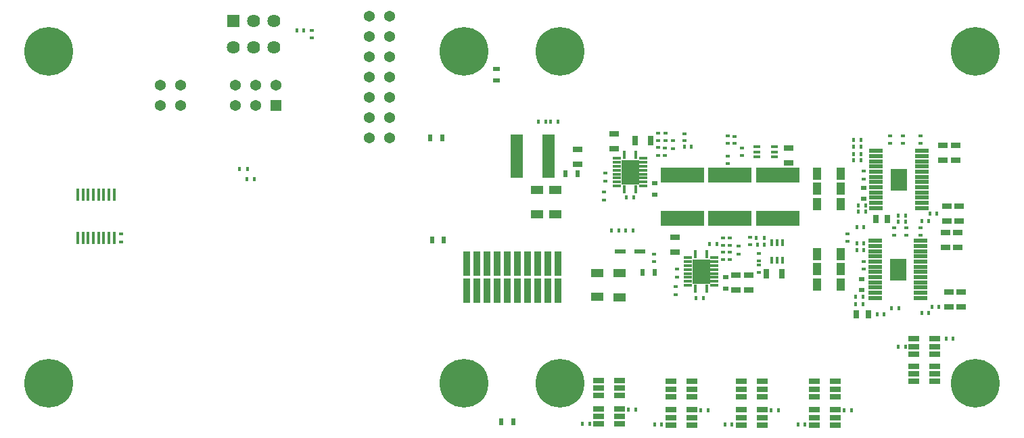
<source format=gts>
G04*
G04 #@! TF.GenerationSoftware,Altium Limited,Altium Designer,19.1.5 (86)*
G04*
G04 Layer_Color=8388736*
%FSLAX44Y44*%
%MOMM*%
G71*
G01*
G75*
%ADD17R,0.6000X0.4500*%
%ADD18R,0.8000X0.6000*%
%ADD19R,0.6000X0.4000*%
%ADD20R,0.4000X0.6000*%
%ADD22R,1.3000X0.8000*%
%ADD23R,1.3716X0.5080*%
%ADD25R,0.4500X0.6000*%
%ADD30R,1.0000X1.6000*%
%ADD31R,1.3000X0.7000*%
%ADD35R,0.7000X1.3000*%
%ADD36R,0.5000X0.9000*%
%ADD40R,1.6000X1.0000*%
%ADD41R,0.9000X0.5000*%
%ADD43R,0.8416X3.0216*%
%ADD44R,0.4516X1.5016*%
%ADD45R,1.3716X0.6604*%
%ADD46R,1.0016X0.3616*%
%ADD47R,0.3616X1.0016*%
%ADD48R,2.1716X3.1716*%
%ADD49R,0.8016X1.0016*%
%ADD50R,2.1266X2.7816*%
%ADD51R,1.6716X0.5116*%
%ADD52R,0.4516X0.9516*%
%ADD53R,5.5116X1.9816*%
%ADD54R,1.5240X5.5118*%
%ADD55R,0.9516X0.4516*%
%ADD56C,1.3716*%
%ADD57R,1.3716X1.3716*%
%ADD58C,6.1016*%
%ADD59C,1.6256*%
%ADD60R,1.6256X1.6256*%
D17*
X951000Y530500D02*
D03*
Y520500D02*
D03*
X1274420Y522660D02*
D03*
Y532660D02*
D03*
Y409630D02*
D03*
Y419630D02*
D03*
X1099000Y431500D02*
D03*
Y421500D02*
D03*
X1118000Y438500D02*
D03*
Y428500D02*
D03*
X344780Y453920D02*
D03*
Y443920D02*
D03*
X1122020Y561870D02*
D03*
Y551870D02*
D03*
X1039250Y378250D02*
D03*
Y388250D02*
D03*
X1041000Y400250D02*
D03*
Y410250D02*
D03*
X1104240Y577110D02*
D03*
Y567110D02*
D03*
X1017000Y562500D02*
D03*
Y552500D02*
D03*
X1035750Y570750D02*
D03*
Y560750D02*
D03*
X950000Y496750D02*
D03*
Y506750D02*
D03*
D18*
X1102000Y399500D02*
D03*
Y385500D02*
D03*
X1012750Y517250D02*
D03*
Y503250D02*
D03*
X1271880Y383500D02*
D03*
Y397500D02*
D03*
X1274420Y497800D02*
D03*
Y511800D02*
D03*
D19*
X1143750Y405750D02*
D03*
Y414750D02*
D03*
X1050250Y570750D02*
D03*
Y579750D02*
D03*
X583540Y708690D02*
D03*
Y699690D02*
D03*
X1107500Y422250D02*
D03*
Y431250D02*
D03*
X1026250Y552500D02*
D03*
Y561500D02*
D03*
X1143750Y420250D02*
D03*
Y429250D02*
D03*
X1132750Y440500D02*
D03*
Y449500D02*
D03*
X1098500Y440000D02*
D03*
Y449000D02*
D03*
X1345540Y452730D02*
D03*
Y461730D02*
D03*
Y567610D02*
D03*
Y576610D02*
D03*
X1327760Y452730D02*
D03*
Y461730D02*
D03*
X1323950Y567610D02*
D03*
Y576610D02*
D03*
X1312520Y452730D02*
D03*
Y461730D02*
D03*
X1307440Y567610D02*
D03*
Y576610D02*
D03*
X1254100Y454110D02*
D03*
Y445110D02*
D03*
X1107500Y440000D02*
D03*
Y449000D02*
D03*
X1012250Y419750D02*
D03*
Y428750D02*
D03*
X1113000Y567250D02*
D03*
Y576250D02*
D03*
X1104240Y542210D02*
D03*
Y551210D02*
D03*
X1026750Y571000D02*
D03*
Y580000D02*
D03*
X1017000Y571000D02*
D03*
Y580000D02*
D03*
D20*
X565070Y709270D02*
D03*
X574070D02*
D03*
X1277110Y481940D02*
D03*
X1268110D02*
D03*
X1273840Y366370D02*
D03*
X1264840D02*
D03*
X1327180Y469240D02*
D03*
X1318180D02*
D03*
X1300510Y353670D02*
D03*
X1291510D02*
D03*
X1377870Y323190D02*
D03*
X1386870D02*
D03*
X968250Y458250D02*
D03*
X959250D02*
D03*
X1141500Y440500D02*
D03*
X1150500D02*
D03*
X1090750Y441000D02*
D03*
X1081750D02*
D03*
X883150Y594970D02*
D03*
X892150D02*
D03*
X976750Y458250D02*
D03*
X985750D02*
D03*
X922520Y216510D02*
D03*
X931520D02*
D03*
X1012800Y215240D02*
D03*
X1021800D02*
D03*
X1101010D02*
D03*
X1110010D02*
D03*
X1192450D02*
D03*
X1201450D02*
D03*
X989360Y234290D02*
D03*
X980360D02*
D03*
X1079640Y233020D02*
D03*
X1070640D02*
D03*
X1167850D02*
D03*
X1158850D02*
D03*
X1259290D02*
D03*
X1250290D02*
D03*
X1318180Y313030D02*
D03*
X1327180D02*
D03*
X1318870Y361290D02*
D03*
X1309870D02*
D03*
X1327180Y476860D02*
D03*
X1318180D02*
D03*
X1360090Y362560D02*
D03*
X1369090D02*
D03*
X1357550Y479400D02*
D03*
X1366550D02*
D03*
X1275110Y462890D02*
D03*
X1266110D02*
D03*
X1271300Y572110D02*
D03*
X1262300D02*
D03*
X1347390Y354940D02*
D03*
X1356390D02*
D03*
X1347390Y470510D02*
D03*
X1356390D02*
D03*
X1275110Y442570D02*
D03*
X1266110D02*
D03*
X1271300Y563220D02*
D03*
X1262300D02*
D03*
X1266110Y433680D02*
D03*
X1275110D02*
D03*
X1262300Y554330D02*
D03*
X1271300D02*
D03*
X1273840Y375260D02*
D03*
X1264840D02*
D03*
X1277110Y489560D02*
D03*
X1268110D02*
D03*
X1262300Y546710D02*
D03*
X1271300D02*
D03*
X867910Y594970D02*
D03*
X876910D02*
D03*
X1059250Y563000D02*
D03*
X1050250D02*
D03*
D22*
X1038200Y431140D02*
D03*
Y450140D02*
D03*
X1115000Y402500D02*
D03*
Y383500D02*
D03*
X962000Y579730D02*
D03*
Y560730D02*
D03*
X1131000Y383500D02*
D03*
Y402500D02*
D03*
D23*
X970382Y432410D02*
D03*
X994258D02*
D03*
D25*
X1150250Y449250D02*
D03*
X1140250D02*
D03*
X1074500Y373500D02*
D03*
X1064500D02*
D03*
X987320Y499720D02*
D03*
X977320D02*
D03*
X512340Y522580D02*
D03*
X502340D02*
D03*
X493370Y535280D02*
D03*
X503370D02*
D03*
D30*
X1216000Y390910D02*
D03*
X1246000D02*
D03*
X1216000Y409960D02*
D03*
X1246000D02*
D03*
X1216000Y428600D02*
D03*
X1246000D02*
D03*
X1216000Y491660D02*
D03*
X1246000D02*
D03*
X1216000Y510710D02*
D03*
X1246000D02*
D03*
X1216000Y529760D02*
D03*
X1246000D02*
D03*
D31*
X1381100Y362560D02*
D03*
Y381560D02*
D03*
X1396340Y362560D02*
D03*
Y381560D02*
D03*
X1392530Y455880D02*
D03*
Y436880D02*
D03*
X1377290Y455880D02*
D03*
Y436880D02*
D03*
X1393800Y469900D02*
D03*
Y488900D02*
D03*
X1378560Y469900D02*
D03*
Y488900D02*
D03*
X1373739Y565100D02*
D03*
Y546100D02*
D03*
X1389990Y565100D02*
D03*
Y546100D02*
D03*
X1180500Y561750D02*
D03*
Y542750D02*
D03*
X916500Y560000D02*
D03*
Y541000D02*
D03*
D35*
X1153160Y404470D02*
D03*
X1172160D02*
D03*
X988750Y570750D02*
D03*
X1007750D02*
D03*
D36*
X821150Y219050D02*
D03*
X836150D02*
D03*
X732250Y574650D02*
D03*
X747250D02*
D03*
X734250Y446500D02*
D03*
X749250D02*
D03*
X1013250Y405500D02*
D03*
X998250D02*
D03*
X901750Y529000D02*
D03*
X916750D02*
D03*
D40*
X866000Y479000D02*
D03*
Y509000D02*
D03*
X889000Y479000D02*
D03*
Y509000D02*
D03*
X968750Y374750D02*
D03*
Y404750D02*
D03*
X941000Y375000D02*
D03*
Y405000D02*
D03*
D41*
X814680Y645890D02*
D03*
Y660890D02*
D03*
D43*
X777850Y417150D02*
D03*
Y382850D02*
D03*
X790550Y417150D02*
D03*
Y382850D02*
D03*
X803250Y417150D02*
D03*
Y382850D02*
D03*
X815950Y417150D02*
D03*
Y382850D02*
D03*
X828650Y417150D02*
D03*
Y382850D02*
D03*
X841350Y417150D02*
D03*
Y382850D02*
D03*
X854050Y417150D02*
D03*
Y382850D02*
D03*
X866750Y417150D02*
D03*
Y382850D02*
D03*
X879450Y417150D02*
D03*
Y382850D02*
D03*
X892150Y417150D02*
D03*
Y382850D02*
D03*
D44*
X336490Y502920D02*
D03*
X329990D02*
D03*
X323490D02*
D03*
X316990D02*
D03*
X310490D02*
D03*
X303990D02*
D03*
X297490D02*
D03*
X290990D02*
D03*
X336490Y448920D02*
D03*
X329990D02*
D03*
X323490D02*
D03*
X316990D02*
D03*
X310490D02*
D03*
X303990D02*
D03*
X297490D02*
D03*
X290990D02*
D03*
D45*
X1147674Y233528D02*
D03*
Y224130D02*
D03*
Y214732D02*
D03*
X1121766D02*
D03*
Y224130D02*
D03*
Y233528D02*
D03*
X969184Y234798D02*
D03*
Y225400D02*
D03*
Y216002D02*
D03*
X943276D02*
D03*
Y225400D02*
D03*
Y234798D02*
D03*
X1337666Y303632D02*
D03*
Y313030D02*
D03*
Y322428D02*
D03*
X1363574D02*
D03*
Y313030D02*
D03*
Y303632D02*
D03*
X1059464Y233528D02*
D03*
Y224130D02*
D03*
Y214732D02*
D03*
X1033556D02*
D03*
Y224130D02*
D03*
Y233528D02*
D03*
X1239114D02*
D03*
Y224130D02*
D03*
Y214732D02*
D03*
X1213206D02*
D03*
Y224130D02*
D03*
Y233528D02*
D03*
X1147674Y269088D02*
D03*
Y259690D02*
D03*
Y250292D02*
D03*
X1121766D02*
D03*
Y259690D02*
D03*
Y269088D02*
D03*
X969184Y270358D02*
D03*
Y260960D02*
D03*
Y251562D02*
D03*
X943276D02*
D03*
Y260960D02*
D03*
Y270358D02*
D03*
X1239114Y269088D02*
D03*
Y259690D02*
D03*
Y250292D02*
D03*
X1213206D02*
D03*
Y259690D02*
D03*
Y269088D02*
D03*
X1337666Y269342D02*
D03*
Y278740D02*
D03*
Y288138D02*
D03*
X1363574D02*
D03*
Y278740D02*
D03*
Y269342D02*
D03*
X1059464Y269088D02*
D03*
Y259690D02*
D03*
Y250292D02*
D03*
X1033556D02*
D03*
Y259690D02*
D03*
Y269088D02*
D03*
D46*
X965470Y513970D02*
D03*
X999170Y548970D02*
D03*
X965470D02*
D03*
Y543970D02*
D03*
Y538970D02*
D03*
Y533970D02*
D03*
Y528970D02*
D03*
Y523970D02*
D03*
Y518970D02*
D03*
X999170Y513970D02*
D03*
Y518970D02*
D03*
Y523970D02*
D03*
Y528970D02*
D03*
Y533970D02*
D03*
Y538970D02*
D03*
Y543970D02*
D03*
X1054370Y389510D02*
D03*
X1088070Y424510D02*
D03*
X1054370D02*
D03*
Y419510D02*
D03*
Y414510D02*
D03*
Y409510D02*
D03*
Y404510D02*
D03*
Y399510D02*
D03*
Y394510D02*
D03*
X1088070Y389510D02*
D03*
Y394510D02*
D03*
Y399510D02*
D03*
Y404510D02*
D03*
Y409510D02*
D03*
Y414510D02*
D03*
Y419510D02*
D03*
D47*
X974820Y509620D02*
D03*
X989820Y553320D02*
D03*
X974820D02*
D03*
X989820Y509620D02*
D03*
X1063720Y385160D02*
D03*
X1078720Y428860D02*
D03*
X1063720D02*
D03*
X1078720Y385160D02*
D03*
D48*
X982320Y531470D02*
D03*
X1071220Y407010D02*
D03*
D49*
X1280650Y353670D02*
D03*
X1265650D02*
D03*
X1304780Y473050D02*
D03*
X1289780D02*
D03*
D50*
X1317600Y409550D02*
D03*
X1318760Y522140D02*
D03*
D51*
X1288900Y373800D02*
D03*
Y380300D02*
D03*
Y386800D02*
D03*
Y393300D02*
D03*
Y399800D02*
D03*
Y406300D02*
D03*
Y412800D02*
D03*
Y419300D02*
D03*
Y425800D02*
D03*
Y432300D02*
D03*
Y438800D02*
D03*
Y445300D02*
D03*
X1346300D02*
D03*
Y438800D02*
D03*
Y432300D02*
D03*
Y425800D02*
D03*
Y419300D02*
D03*
Y412800D02*
D03*
Y406300D02*
D03*
Y399800D02*
D03*
Y393300D02*
D03*
Y386800D02*
D03*
Y380300D02*
D03*
Y373800D02*
D03*
X1290060Y486390D02*
D03*
Y492890D02*
D03*
Y499390D02*
D03*
Y505890D02*
D03*
Y512390D02*
D03*
Y518890D02*
D03*
Y525390D02*
D03*
Y531890D02*
D03*
Y538390D02*
D03*
Y544890D02*
D03*
Y551390D02*
D03*
Y557890D02*
D03*
X1347460D02*
D03*
Y551390D02*
D03*
Y544890D02*
D03*
Y538390D02*
D03*
Y531890D02*
D03*
Y525390D02*
D03*
Y518890D02*
D03*
Y512390D02*
D03*
Y505890D02*
D03*
Y499390D02*
D03*
Y492890D02*
D03*
Y486390D02*
D03*
D52*
X1172970Y443410D02*
D03*
X1166470D02*
D03*
X1159970D02*
D03*
Y421410D02*
D03*
X1166470D02*
D03*
X1172970D02*
D03*
D53*
X1167000Y528130D02*
D03*
Y473370D02*
D03*
X1107000Y528130D02*
D03*
Y473370D02*
D03*
X1047750Y528130D02*
D03*
Y473370D02*
D03*
D54*
X840207Y551790D02*
D03*
X880593D02*
D03*
D55*
X1141070Y563370D02*
D03*
Y556870D02*
D03*
Y550370D02*
D03*
X1163070D02*
D03*
Y556870D02*
D03*
Y563370D02*
D03*
D56*
X655930Y701650D02*
D03*
X681330Y650850D02*
D03*
X655930Y625450D02*
D03*
X488290Y615290D02*
D03*
Y640690D02*
D03*
X513690Y615290D02*
D03*
Y640690D02*
D03*
X539090D02*
D03*
X681330Y676250D02*
D03*
X655930D02*
D03*
X681330Y701650D02*
D03*
Y727050D02*
D03*
X655930D02*
D03*
Y650850D02*
D03*
X681330Y625450D02*
D03*
X655930Y600050D02*
D03*
X681330D02*
D03*
Y574650D02*
D03*
X655930D02*
D03*
X419710Y640690D02*
D03*
Y615290D02*
D03*
X394310Y640690D02*
D03*
Y615290D02*
D03*
D57*
X539090D02*
D03*
D58*
X1414610Y682310D02*
D03*
Y267310D02*
D03*
X894610D02*
D03*
X774610Y267310D02*
D03*
X894610Y682310D02*
D03*
X774610D02*
D03*
X254610D02*
D03*
Y267310D02*
D03*
D59*
X536550Y687680D02*
D03*
X511150D02*
D03*
X485750D02*
D03*
X536550Y720700D02*
D03*
X511150D02*
D03*
D60*
X485750D02*
D03*
M02*

</source>
